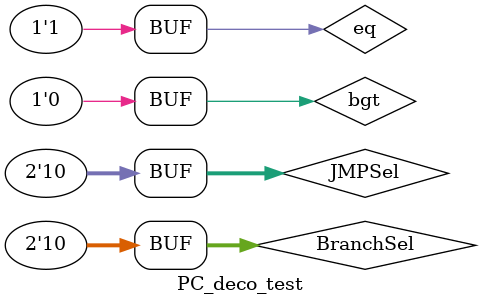
<source format=sv>
`timescale 1 ps / 1 ps
module PC_deco_test();
	
	logic [1:0] BranchSel, JMPSel, NextInstrSel;
	logic eq, bgt;
	
	PC_deco DUT (BranchSel, eq, bgt, JMPSel, NextInstrSel);
	
	initial begin
		
		BranchSel = 2'b0;
		JMPSel = 2'b0;
		eq = 1'b1;
		bgt = 1'b1;
		
		
		#10 JMPSel = 2'b01;
		
		#10 JMPSel = 2'b10;
		
		#10 BranchSel = 2'b01;
		
		#10 BranchSel = 2'b10;
		
		#10 bgt = 1'b0;
	
	end
	

endmodule 
</source>
